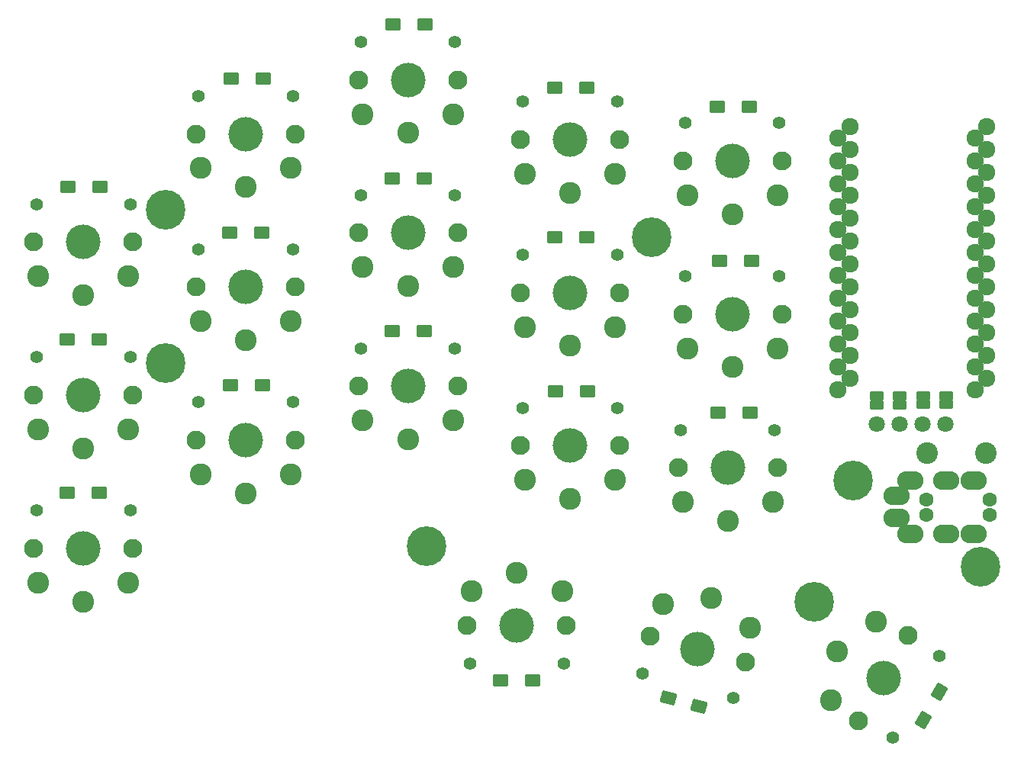
<source format=gts>
G04 #@! TF.GenerationSoftware,KiCad,Pcbnew,6.99.0-a9ca49a600~144~ubuntu20.04.1*
G04 #@! TF.CreationDate,2021-12-26T21:29:05+02:00*
G04 #@! TF.ProjectId,chocofi,63686f63-6f66-4692-9e6b-696361645f70,2.1*
G04 #@! TF.SameCoordinates,Original*
G04 #@! TF.FileFunction,Soldermask,Top*
G04 #@! TF.FilePolarity,Negative*
%FSLAX46Y46*%
G04 Gerber Fmt 4.6, Leading zero omitted, Abs format (unit mm)*
G04 Created by KiCad (PCBNEW 6.99.0-a9ca49a600~144~ubuntu20.04.1) date 2021-12-26 21:29:05*
%MOMM*%
%LPD*%
G01*
G04 APERTURE LIST*
G04 Aperture macros list*
%AMRoundRect*
0 Rectangle with rounded corners*
0 $1 Rounding radius*
0 $2 $3 $4 $5 $6 $7 $8 $9 X,Y pos of 4 corners*
0 Add a 4 corners polygon primitive as box body*
4,1,4,$2,$3,$4,$5,$6,$7,$8,$9,$2,$3,0*
0 Add four circle primitives for the rounded corners*
1,1,$1+$1,$2,$3*
1,1,$1+$1,$4,$5*
1,1,$1+$1,$6,$7*
1,1,$1+$1,$8,$9*
0 Add four rect primitives between the rounded corners*
20,1,$1+$1,$2,$3,$4,$5,0*
20,1,$1+$1,$4,$5,$6,$7,0*
20,1,$1+$1,$6,$7,$8,$9,0*
20,1,$1+$1,$8,$9,$2,$3,0*%
G04 Aperture macros list end*
%ADD10RoundRect,0.200000X-0.650000X-0.475000X0.650000X-0.475000X0.650000X0.475000X-0.650000X0.475000X0*%
%ADD11RoundRect,0.200000X-0.750791X-0.290582X0.504913X-0.627047X0.750791X0.290582X-0.504913X0.627047X0*%
%ADD12RoundRect,0.200000X0.086362X-0.800417X0.736362X0.325417X-0.086362X0.800417X-0.736362X-0.325417X0*%
%ADD13C,1.600000*%
%ADD14O,2.900000X2.100000*%
%ADD15C,1.390600*%
%ADD16C,2.101800*%
%ADD17C,3.829000*%
%ADD18C,2.432000*%
%ADD19C,1.924000*%
%ADD20RoundRect,0.200000X-0.571500X0.317500X-0.571500X-0.317500X0.571500X-0.317500X0.571500X0.317500X0*%
%ADD21C,1.797000*%
%ADD22C,2.400000*%
%ADD23C,4.400000*%
G04 APERTURE END LIST*
D10*
X84229400Y-64312800D03*
X87779400Y-64312800D03*
X102314200Y-52273200D03*
X105864200Y-52273200D03*
X120297400Y-46228000D03*
X123847400Y-46228000D03*
X138229800Y-53289200D03*
X141779800Y-53289200D03*
X156213000Y-55422800D03*
X159763000Y-55422800D03*
X84127800Y-81229200D03*
X87677800Y-81229200D03*
X102111000Y-69342000D03*
X105661000Y-69342000D03*
X120195800Y-63347600D03*
X123745800Y-63347600D03*
X138179000Y-69900800D03*
X141729000Y-69900800D03*
X156517800Y-72491600D03*
X160067800Y-72491600D03*
X84127800Y-98247200D03*
X87677800Y-98247200D03*
X102212600Y-86309200D03*
X105762600Y-86309200D03*
X120195800Y-80314800D03*
X123745800Y-80314800D03*
X138280600Y-86969600D03*
X141830600Y-86969600D03*
X156314600Y-89357200D03*
X159864600Y-89357200D03*
X132184600Y-119075200D03*
X135734600Y-119075200D03*
D11*
X150799764Y-121001192D03*
X154228800Y-121920000D03*
D12*
X179070666Y-123432630D03*
X180845666Y-120358240D03*
D13*
X186460000Y-98961000D03*
X179460000Y-98961000D03*
X186460000Y-100711000D03*
X179460000Y-100711000D03*
D14*
X176160000Y-101061000D03*
X176160000Y-98611000D03*
X184660000Y-102811000D03*
X184660000Y-96861000D03*
X181660000Y-96861000D03*
X181660000Y-102811000D03*
X177660000Y-96861000D03*
X177660000Y-102811000D03*
D15*
X80690000Y-66200000D03*
D16*
X91410000Y-70400000D03*
D15*
X91130000Y-66200000D03*
D17*
X85910000Y-70400000D03*
D16*
X80410000Y-70400000D03*
D18*
X85910000Y-76300000D03*
X90910000Y-74200000D03*
X80910000Y-74200000D03*
D17*
X103910000Y-58400000D03*
D15*
X109130000Y-54200000D03*
D16*
X98410000Y-58400000D03*
D15*
X98690000Y-54200000D03*
D16*
X109410000Y-58400000D03*
D18*
X103910000Y-64300000D03*
X98910000Y-62200000D03*
X108910000Y-62200000D03*
D15*
X116690000Y-48200000D03*
X127130000Y-48200000D03*
D17*
X121910000Y-52400000D03*
D16*
X116410000Y-52400000D03*
X127410000Y-52400000D03*
D18*
X121910000Y-58300000D03*
X126910000Y-56200000D03*
X116910000Y-56200000D03*
D16*
X145410000Y-59020000D03*
D15*
X145130000Y-54820000D03*
D17*
X139910000Y-59020000D03*
D16*
X134410000Y-59020000D03*
D15*
X134690000Y-54820000D03*
D18*
X139910000Y-64920000D03*
X144910000Y-62820000D03*
X134910000Y-62820000D03*
D16*
X152410000Y-61400000D03*
D15*
X152690000Y-57200000D03*
X163130000Y-57200000D03*
D16*
X163410000Y-61400000D03*
D17*
X157910000Y-61400000D03*
D18*
X157910000Y-67300000D03*
X152910000Y-65200000D03*
X162910000Y-65200000D03*
D16*
X91410000Y-87400000D03*
D17*
X85910000Y-87400000D03*
D15*
X80690000Y-83200000D03*
D16*
X80410000Y-87400000D03*
D15*
X91130000Y-83200000D03*
D18*
X85910000Y-93300000D03*
X90910000Y-91200000D03*
X80910000Y-91200000D03*
D16*
X109410000Y-75400000D03*
D15*
X98690000Y-71200000D03*
D17*
X103910000Y-75400000D03*
D15*
X109130000Y-71200000D03*
D16*
X98410000Y-75400000D03*
D18*
X103910000Y-81300000D03*
X98910000Y-79200000D03*
X108910000Y-79200000D03*
D15*
X127130000Y-65200000D03*
D16*
X116410000Y-69400000D03*
D17*
X121910000Y-69400000D03*
D15*
X116690000Y-65200000D03*
D16*
X127410000Y-69400000D03*
D18*
X121910000Y-75300000D03*
X126910000Y-73200000D03*
X116910000Y-73200000D03*
D15*
X145130000Y-71820000D03*
D16*
X134410000Y-76020000D03*
X145410000Y-76020000D03*
D15*
X134690000Y-71820000D03*
D17*
X139910000Y-76020000D03*
D18*
X139910000Y-81920000D03*
X144910000Y-79820000D03*
X134910000Y-79820000D03*
D16*
X163410000Y-78400000D03*
D15*
X152690000Y-74200000D03*
X163130000Y-74200000D03*
D16*
X152410000Y-78400000D03*
D17*
X157910000Y-78400000D03*
D18*
X157910000Y-84300000D03*
X162910000Y-82200000D03*
X152910000Y-82200000D03*
D15*
X80690000Y-100200000D03*
D16*
X91410000Y-104400000D03*
D17*
X85910000Y-104400000D03*
D15*
X91130000Y-100200000D03*
D16*
X80410000Y-104400000D03*
D18*
X85910000Y-110300000D03*
X80910000Y-108200000D03*
X90910000Y-108200000D03*
D15*
X98690000Y-88200000D03*
X109130000Y-88200000D03*
D17*
X103910000Y-92400000D03*
D16*
X109410000Y-92400000D03*
X98410000Y-92400000D03*
D18*
X103910000Y-98300000D03*
X108910000Y-96200000D03*
X98910000Y-96200000D03*
D16*
X116410000Y-86400000D03*
D15*
X116690000Y-82200000D03*
D17*
X121910000Y-86400000D03*
D15*
X127130000Y-82200000D03*
D16*
X127410000Y-86400000D03*
D18*
X121910000Y-92300000D03*
X116910000Y-90200000D03*
X126910000Y-90200000D03*
D17*
X139910000Y-93025000D03*
D16*
X145410000Y-93025000D03*
D15*
X145130000Y-88825000D03*
D16*
X134410000Y-93025000D03*
D15*
X134690000Y-88825000D03*
D18*
X139910000Y-98925000D03*
X144910000Y-96825000D03*
X134910000Y-96825000D03*
D16*
X162910000Y-95450000D03*
D15*
X152190000Y-91250000D03*
X162630000Y-91250000D03*
D17*
X157410000Y-95450000D03*
D16*
X151910000Y-95450000D03*
D18*
X157410000Y-101350000D03*
X162410000Y-99250000D03*
X152410000Y-99250000D03*
D16*
X139510000Y-112990000D03*
X128510000Y-112990000D03*
D17*
X134010000Y-112990000D03*
D15*
X128790000Y-117190000D03*
X139230000Y-117190000D03*
D18*
X134010000Y-107090000D03*
X139010000Y-109190000D03*
X129010000Y-109190000D03*
D16*
X148747408Y-114156495D03*
D15*
X158015093Y-120987924D03*
D16*
X159372592Y-117003505D03*
D17*
X154060000Y-115580000D03*
D15*
X147930827Y-118285853D03*
D18*
X155587032Y-109881038D03*
X150213883Y-110615387D03*
X159873142Y-113203577D03*
D15*
X175687307Y-125410653D03*
D17*
X174660000Y-118790000D03*
D16*
X177410000Y-114026860D03*
D15*
X180907307Y-116369347D03*
D16*
X171910000Y-123553140D03*
D18*
X169550450Y-115840000D03*
X173869103Y-112559873D03*
X168869103Y-121220127D03*
D19*
X169620000Y-58870400D03*
X186166400Y-57600400D03*
X186166400Y-60140400D03*
X169620000Y-61410400D03*
X186166400Y-62680400D03*
X169620000Y-63950400D03*
X186166400Y-65220400D03*
X169620000Y-66490400D03*
X169620000Y-69030400D03*
X186166400Y-67760400D03*
X169620000Y-71570400D03*
X186166400Y-70300400D03*
X169620000Y-74110400D03*
X186166400Y-72840400D03*
X169620000Y-76650400D03*
X186166400Y-75380400D03*
X186166400Y-77920400D03*
X169620000Y-79190400D03*
X186166400Y-80460400D03*
X169620000Y-81730400D03*
X186166400Y-83000400D03*
X169620000Y-84270400D03*
X186166400Y-85540400D03*
X169620000Y-86810400D03*
X170946400Y-85540400D03*
X184860000Y-86810400D03*
X170946400Y-83000400D03*
X184860000Y-84270400D03*
X184860000Y-81730400D03*
X170946400Y-80460400D03*
X184860000Y-79190400D03*
X170946400Y-77920400D03*
X184860000Y-76650400D03*
X170946400Y-75380400D03*
X184860000Y-74110400D03*
X170946400Y-72840400D03*
X184860000Y-71570400D03*
X170946400Y-70300400D03*
X170946400Y-67760400D03*
X184860000Y-69030400D03*
X184860000Y-66490400D03*
X170946400Y-65220400D03*
X184860000Y-63950400D03*
X170946400Y-62680400D03*
X170946400Y-60140400D03*
X184860000Y-61410400D03*
X184860000Y-58870400D03*
X170946400Y-57600400D03*
D20*
X179070000Y-87448020D03*
X179070000Y-88448780D03*
D21*
X173930000Y-90608400D03*
X176470000Y-90608400D03*
X179010000Y-90608400D03*
X181550000Y-90608400D03*
D20*
X176470000Y-87468020D03*
X176470000Y-88468780D03*
X173930000Y-87498020D03*
X173930000Y-88498780D03*
X181640000Y-87438420D03*
X181640000Y-88439180D03*
D22*
X186003000Y-93853000D03*
X179503000Y-93853000D03*
D23*
X171323000Y-96901000D03*
X185420000Y-106426000D03*
X95000000Y-66802000D03*
X148971000Y-69850000D03*
X123952000Y-104140000D03*
X167005000Y-110363000D03*
X95000000Y-83820000D03*
M02*

</source>
